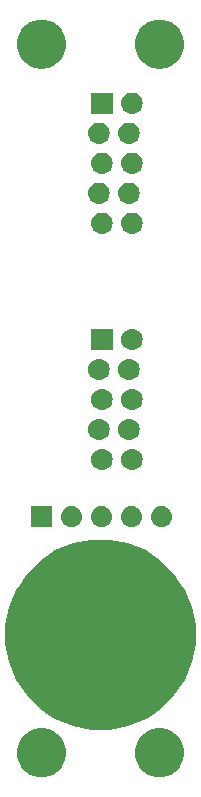
<source format=gts>
G04 #@! TF.GenerationSoftware,KiCad,Pcbnew,(5.1.0)-1*
G04 #@! TF.CreationDate,2019-05-28T14:05:15-04:00*
G04 #@! TF.ProjectId,Power Supply,506f7765-7220-4537-9570-706c792e6b69,rev?*
G04 #@! TF.SameCoordinates,Original*
G04 #@! TF.FileFunction,Soldermask,Top*
G04 #@! TF.FilePolarity,Negative*
%FSLAX46Y46*%
G04 Gerber Fmt 4.6, Leading zero omitted, Abs format (unit mm)*
G04 Created by KiCad (PCBNEW (5.1.0)-1) date 2019-05-28 14:05:15*
%MOMM*%
%LPD*%
G04 APERTURE LIST*
%ADD10C,0.100000*%
G04 APERTURE END LIST*
D10*
G36*
X85607589Y-112997048D02*
G01*
X85986671Y-113154069D01*
X86327835Y-113382028D01*
X86617972Y-113672165D01*
X86845931Y-114013329D01*
X87002952Y-114392411D01*
X87083000Y-114794842D01*
X87083000Y-115205158D01*
X87002952Y-115607589D01*
X86845931Y-115986671D01*
X86617972Y-116327835D01*
X86327835Y-116617972D01*
X85986671Y-116845931D01*
X85607589Y-117002952D01*
X85205159Y-117083000D01*
X84794841Y-117083000D01*
X84392411Y-117002952D01*
X84013329Y-116845931D01*
X83672165Y-116617972D01*
X83382028Y-116327835D01*
X83154069Y-115986671D01*
X82997048Y-115607589D01*
X82917000Y-115205158D01*
X82917000Y-114794842D01*
X82997048Y-114392411D01*
X83154069Y-114013329D01*
X83382028Y-113672165D01*
X83672165Y-113382028D01*
X84013329Y-113154069D01*
X84392411Y-112997048D01*
X84794841Y-112917000D01*
X85205159Y-112917000D01*
X85607589Y-112997048D01*
X85607589Y-112997048D01*
G37*
G36*
X75607589Y-112997048D02*
G01*
X75986671Y-113154069D01*
X76327835Y-113382028D01*
X76617972Y-113672165D01*
X76845931Y-114013329D01*
X77002952Y-114392411D01*
X77083000Y-114794842D01*
X77083000Y-115205158D01*
X77002952Y-115607589D01*
X76845931Y-115986671D01*
X76617972Y-116327835D01*
X76327835Y-116617972D01*
X75986671Y-116845931D01*
X75607589Y-117002952D01*
X75205159Y-117083000D01*
X74794841Y-117083000D01*
X74392411Y-117002952D01*
X74013329Y-116845931D01*
X73672165Y-116617972D01*
X73382028Y-116327835D01*
X73154069Y-115986671D01*
X72997048Y-115607589D01*
X72917000Y-115205158D01*
X72917000Y-114794842D01*
X72997048Y-114392411D01*
X73154069Y-114013329D01*
X73382028Y-113672165D01*
X73672165Y-113382028D01*
X74013329Y-113154069D01*
X74392411Y-112997048D01*
X74794841Y-112917000D01*
X75205159Y-112917000D01*
X75607589Y-112997048D01*
X75607589Y-112997048D01*
G37*
G36*
X82348389Y-97258395D02*
G01*
X83813577Y-97865296D01*
X83813578Y-97865297D01*
X85132213Y-98746380D01*
X86253620Y-99867787D01*
X86842341Y-100748871D01*
X87134704Y-101186423D01*
X87741605Y-102651611D01*
X88051000Y-104207044D01*
X88051000Y-105792956D01*
X87741605Y-107348389D01*
X87134704Y-108813577D01*
X87134703Y-108813578D01*
X86253620Y-110132213D01*
X85132213Y-111253620D01*
X84251129Y-111842341D01*
X83813577Y-112134704D01*
X82348389Y-112741605D01*
X80792956Y-113051000D01*
X79207044Y-113051000D01*
X77651611Y-112741605D01*
X76186423Y-112134704D01*
X75748871Y-111842341D01*
X74867787Y-111253620D01*
X73746380Y-110132213D01*
X72865297Y-108813578D01*
X72865296Y-108813577D01*
X72258395Y-107348389D01*
X71949000Y-105792956D01*
X71949000Y-104207044D01*
X72258395Y-102651611D01*
X72865296Y-101186423D01*
X73157659Y-100748871D01*
X73746380Y-99867787D01*
X74867787Y-98746380D01*
X76186422Y-97865297D01*
X76186423Y-97865296D01*
X77651611Y-97258395D01*
X79207044Y-96949000D01*
X80792956Y-96949000D01*
X82348389Y-97258395D01*
X82348389Y-97258395D01*
G37*
G36*
X85270443Y-94105519D02*
G01*
X85336627Y-94112037D01*
X85506466Y-94163557D01*
X85662991Y-94247222D01*
X85698729Y-94276552D01*
X85800186Y-94359814D01*
X85883448Y-94461271D01*
X85912778Y-94497009D01*
X85996443Y-94653534D01*
X86047963Y-94823373D01*
X86065359Y-95000000D01*
X86047963Y-95176627D01*
X85996443Y-95346466D01*
X85912778Y-95502991D01*
X85883448Y-95538729D01*
X85800186Y-95640186D01*
X85698729Y-95723448D01*
X85662991Y-95752778D01*
X85506466Y-95836443D01*
X85336627Y-95887963D01*
X85270443Y-95894481D01*
X85204260Y-95901000D01*
X85115740Y-95901000D01*
X85049557Y-95894481D01*
X84983373Y-95887963D01*
X84813534Y-95836443D01*
X84657009Y-95752778D01*
X84621271Y-95723448D01*
X84519814Y-95640186D01*
X84436552Y-95538729D01*
X84407222Y-95502991D01*
X84323557Y-95346466D01*
X84272037Y-95176627D01*
X84254641Y-95000000D01*
X84272037Y-94823373D01*
X84323557Y-94653534D01*
X84407222Y-94497009D01*
X84436552Y-94461271D01*
X84519814Y-94359814D01*
X84621271Y-94276552D01*
X84657009Y-94247222D01*
X84813534Y-94163557D01*
X84983373Y-94112037D01*
X85049557Y-94105519D01*
X85115740Y-94099000D01*
X85204260Y-94099000D01*
X85270443Y-94105519D01*
X85270443Y-94105519D01*
G37*
G36*
X82730443Y-94105519D02*
G01*
X82796627Y-94112037D01*
X82966466Y-94163557D01*
X83122991Y-94247222D01*
X83158729Y-94276552D01*
X83260186Y-94359814D01*
X83343448Y-94461271D01*
X83372778Y-94497009D01*
X83456443Y-94653534D01*
X83507963Y-94823373D01*
X83525359Y-95000000D01*
X83507963Y-95176627D01*
X83456443Y-95346466D01*
X83372778Y-95502991D01*
X83343448Y-95538729D01*
X83260186Y-95640186D01*
X83158729Y-95723448D01*
X83122991Y-95752778D01*
X82966466Y-95836443D01*
X82796627Y-95887963D01*
X82730443Y-95894481D01*
X82664260Y-95901000D01*
X82575740Y-95901000D01*
X82509557Y-95894481D01*
X82443373Y-95887963D01*
X82273534Y-95836443D01*
X82117009Y-95752778D01*
X82081271Y-95723448D01*
X81979814Y-95640186D01*
X81896552Y-95538729D01*
X81867222Y-95502991D01*
X81783557Y-95346466D01*
X81732037Y-95176627D01*
X81714641Y-95000000D01*
X81732037Y-94823373D01*
X81783557Y-94653534D01*
X81867222Y-94497009D01*
X81896552Y-94461271D01*
X81979814Y-94359814D01*
X82081271Y-94276552D01*
X82117009Y-94247222D01*
X82273534Y-94163557D01*
X82443373Y-94112037D01*
X82509557Y-94105519D01*
X82575740Y-94099000D01*
X82664260Y-94099000D01*
X82730443Y-94105519D01*
X82730443Y-94105519D01*
G37*
G36*
X80190443Y-94105519D02*
G01*
X80256627Y-94112037D01*
X80426466Y-94163557D01*
X80582991Y-94247222D01*
X80618729Y-94276552D01*
X80720186Y-94359814D01*
X80803448Y-94461271D01*
X80832778Y-94497009D01*
X80916443Y-94653534D01*
X80967963Y-94823373D01*
X80985359Y-95000000D01*
X80967963Y-95176627D01*
X80916443Y-95346466D01*
X80832778Y-95502991D01*
X80803448Y-95538729D01*
X80720186Y-95640186D01*
X80618729Y-95723448D01*
X80582991Y-95752778D01*
X80426466Y-95836443D01*
X80256627Y-95887963D01*
X80190443Y-95894481D01*
X80124260Y-95901000D01*
X80035740Y-95901000D01*
X79969557Y-95894481D01*
X79903373Y-95887963D01*
X79733534Y-95836443D01*
X79577009Y-95752778D01*
X79541271Y-95723448D01*
X79439814Y-95640186D01*
X79356552Y-95538729D01*
X79327222Y-95502991D01*
X79243557Y-95346466D01*
X79192037Y-95176627D01*
X79174641Y-95000000D01*
X79192037Y-94823373D01*
X79243557Y-94653534D01*
X79327222Y-94497009D01*
X79356552Y-94461271D01*
X79439814Y-94359814D01*
X79541271Y-94276552D01*
X79577009Y-94247222D01*
X79733534Y-94163557D01*
X79903373Y-94112037D01*
X79969557Y-94105519D01*
X80035740Y-94099000D01*
X80124260Y-94099000D01*
X80190443Y-94105519D01*
X80190443Y-94105519D01*
G37*
G36*
X77650443Y-94105519D02*
G01*
X77716627Y-94112037D01*
X77886466Y-94163557D01*
X78042991Y-94247222D01*
X78078729Y-94276552D01*
X78180186Y-94359814D01*
X78263448Y-94461271D01*
X78292778Y-94497009D01*
X78376443Y-94653534D01*
X78427963Y-94823373D01*
X78445359Y-95000000D01*
X78427963Y-95176627D01*
X78376443Y-95346466D01*
X78292778Y-95502991D01*
X78263448Y-95538729D01*
X78180186Y-95640186D01*
X78078729Y-95723448D01*
X78042991Y-95752778D01*
X77886466Y-95836443D01*
X77716627Y-95887963D01*
X77650443Y-95894481D01*
X77584260Y-95901000D01*
X77495740Y-95901000D01*
X77429557Y-95894481D01*
X77363373Y-95887963D01*
X77193534Y-95836443D01*
X77037009Y-95752778D01*
X77001271Y-95723448D01*
X76899814Y-95640186D01*
X76816552Y-95538729D01*
X76787222Y-95502991D01*
X76703557Y-95346466D01*
X76652037Y-95176627D01*
X76634641Y-95000000D01*
X76652037Y-94823373D01*
X76703557Y-94653534D01*
X76787222Y-94497009D01*
X76816552Y-94461271D01*
X76899814Y-94359814D01*
X77001271Y-94276552D01*
X77037009Y-94247222D01*
X77193534Y-94163557D01*
X77363373Y-94112037D01*
X77429557Y-94105519D01*
X77495740Y-94099000D01*
X77584260Y-94099000D01*
X77650443Y-94105519D01*
X77650443Y-94105519D01*
G37*
G36*
X75901000Y-95901000D02*
G01*
X74099000Y-95901000D01*
X74099000Y-94099000D01*
X75901000Y-94099000D01*
X75901000Y-95901000D01*
X75901000Y-95901000D01*
G37*
G36*
X82777443Y-89265519D02*
G01*
X82843627Y-89272037D01*
X83013466Y-89323557D01*
X83169991Y-89407222D01*
X83205729Y-89436552D01*
X83307186Y-89519814D01*
X83390448Y-89621271D01*
X83419778Y-89657009D01*
X83503443Y-89813534D01*
X83554963Y-89983373D01*
X83572359Y-90160000D01*
X83554963Y-90336627D01*
X83503443Y-90506466D01*
X83419778Y-90662991D01*
X83390448Y-90698729D01*
X83307186Y-90800186D01*
X83205729Y-90883448D01*
X83169991Y-90912778D01*
X83013466Y-90996443D01*
X82843627Y-91047963D01*
X82777443Y-91054481D01*
X82711260Y-91061000D01*
X82622740Y-91061000D01*
X82556557Y-91054481D01*
X82490373Y-91047963D01*
X82320534Y-90996443D01*
X82164009Y-90912778D01*
X82128271Y-90883448D01*
X82026814Y-90800186D01*
X81943552Y-90698729D01*
X81914222Y-90662991D01*
X81830557Y-90506466D01*
X81779037Y-90336627D01*
X81761641Y-90160000D01*
X81779037Y-89983373D01*
X81830557Y-89813534D01*
X81914222Y-89657009D01*
X81943552Y-89621271D01*
X82026814Y-89519814D01*
X82128271Y-89436552D01*
X82164009Y-89407222D01*
X82320534Y-89323557D01*
X82490373Y-89272037D01*
X82556557Y-89265519D01*
X82622740Y-89259000D01*
X82711260Y-89259000D01*
X82777443Y-89265519D01*
X82777443Y-89265519D01*
G37*
G36*
X80237443Y-89265519D02*
G01*
X80303627Y-89272037D01*
X80473466Y-89323557D01*
X80629991Y-89407222D01*
X80665729Y-89436552D01*
X80767186Y-89519814D01*
X80850448Y-89621271D01*
X80879778Y-89657009D01*
X80963443Y-89813534D01*
X81014963Y-89983373D01*
X81032359Y-90160000D01*
X81014963Y-90336627D01*
X80963443Y-90506466D01*
X80879778Y-90662991D01*
X80850448Y-90698729D01*
X80767186Y-90800186D01*
X80665729Y-90883448D01*
X80629991Y-90912778D01*
X80473466Y-90996443D01*
X80303627Y-91047963D01*
X80237443Y-91054481D01*
X80171260Y-91061000D01*
X80082740Y-91061000D01*
X80016557Y-91054481D01*
X79950373Y-91047963D01*
X79780534Y-90996443D01*
X79624009Y-90912778D01*
X79588271Y-90883448D01*
X79486814Y-90800186D01*
X79403552Y-90698729D01*
X79374222Y-90662991D01*
X79290557Y-90506466D01*
X79239037Y-90336627D01*
X79221641Y-90160000D01*
X79239037Y-89983373D01*
X79290557Y-89813534D01*
X79374222Y-89657009D01*
X79403552Y-89621271D01*
X79486814Y-89519814D01*
X79588271Y-89436552D01*
X79624009Y-89407222D01*
X79780534Y-89323557D01*
X79950373Y-89272037D01*
X80016557Y-89265519D01*
X80082740Y-89259000D01*
X80171260Y-89259000D01*
X80237443Y-89265519D01*
X80237443Y-89265519D01*
G37*
G36*
X82523442Y-86725518D02*
G01*
X82589627Y-86732037D01*
X82759466Y-86783557D01*
X82915991Y-86867222D01*
X82951729Y-86896552D01*
X83053186Y-86979814D01*
X83136448Y-87081271D01*
X83165778Y-87117009D01*
X83249443Y-87273534D01*
X83300963Y-87443373D01*
X83318359Y-87620000D01*
X83300963Y-87796627D01*
X83249443Y-87966466D01*
X83165778Y-88122991D01*
X83136448Y-88158729D01*
X83053186Y-88260186D01*
X82951729Y-88343448D01*
X82915991Y-88372778D01*
X82759466Y-88456443D01*
X82589627Y-88507963D01*
X82523443Y-88514481D01*
X82457260Y-88521000D01*
X82368740Y-88521000D01*
X82302557Y-88514481D01*
X82236373Y-88507963D01*
X82066534Y-88456443D01*
X81910009Y-88372778D01*
X81874271Y-88343448D01*
X81772814Y-88260186D01*
X81689552Y-88158729D01*
X81660222Y-88122991D01*
X81576557Y-87966466D01*
X81525037Y-87796627D01*
X81507641Y-87620000D01*
X81525037Y-87443373D01*
X81576557Y-87273534D01*
X81660222Y-87117009D01*
X81689552Y-87081271D01*
X81772814Y-86979814D01*
X81874271Y-86896552D01*
X81910009Y-86867222D01*
X82066534Y-86783557D01*
X82236373Y-86732037D01*
X82302558Y-86725518D01*
X82368740Y-86719000D01*
X82457260Y-86719000D01*
X82523442Y-86725518D01*
X82523442Y-86725518D01*
G37*
G36*
X79983442Y-86725518D02*
G01*
X80049627Y-86732037D01*
X80219466Y-86783557D01*
X80375991Y-86867222D01*
X80411729Y-86896552D01*
X80513186Y-86979814D01*
X80596448Y-87081271D01*
X80625778Y-87117009D01*
X80709443Y-87273534D01*
X80760963Y-87443373D01*
X80778359Y-87620000D01*
X80760963Y-87796627D01*
X80709443Y-87966466D01*
X80625778Y-88122991D01*
X80596448Y-88158729D01*
X80513186Y-88260186D01*
X80411729Y-88343448D01*
X80375991Y-88372778D01*
X80219466Y-88456443D01*
X80049627Y-88507963D01*
X79983443Y-88514481D01*
X79917260Y-88521000D01*
X79828740Y-88521000D01*
X79762557Y-88514481D01*
X79696373Y-88507963D01*
X79526534Y-88456443D01*
X79370009Y-88372778D01*
X79334271Y-88343448D01*
X79232814Y-88260186D01*
X79149552Y-88158729D01*
X79120222Y-88122991D01*
X79036557Y-87966466D01*
X78985037Y-87796627D01*
X78967641Y-87620000D01*
X78985037Y-87443373D01*
X79036557Y-87273534D01*
X79120222Y-87117009D01*
X79149552Y-87081271D01*
X79232814Y-86979814D01*
X79334271Y-86896552D01*
X79370009Y-86867222D01*
X79526534Y-86783557D01*
X79696373Y-86732037D01*
X79762558Y-86725518D01*
X79828740Y-86719000D01*
X79917260Y-86719000D01*
X79983442Y-86725518D01*
X79983442Y-86725518D01*
G37*
G36*
X82777443Y-84185519D02*
G01*
X82843627Y-84192037D01*
X83013466Y-84243557D01*
X83169991Y-84327222D01*
X83205729Y-84356552D01*
X83307186Y-84439814D01*
X83390448Y-84541271D01*
X83419778Y-84577009D01*
X83503443Y-84733534D01*
X83554963Y-84903373D01*
X83572359Y-85080000D01*
X83554963Y-85256627D01*
X83503443Y-85426466D01*
X83419778Y-85582991D01*
X83390448Y-85618729D01*
X83307186Y-85720186D01*
X83205729Y-85803448D01*
X83169991Y-85832778D01*
X83013466Y-85916443D01*
X82843627Y-85967963D01*
X82777443Y-85974481D01*
X82711260Y-85981000D01*
X82622740Y-85981000D01*
X82556557Y-85974481D01*
X82490373Y-85967963D01*
X82320534Y-85916443D01*
X82164009Y-85832778D01*
X82128271Y-85803448D01*
X82026814Y-85720186D01*
X81943552Y-85618729D01*
X81914222Y-85582991D01*
X81830557Y-85426466D01*
X81779037Y-85256627D01*
X81761641Y-85080000D01*
X81779037Y-84903373D01*
X81830557Y-84733534D01*
X81914222Y-84577009D01*
X81943552Y-84541271D01*
X82026814Y-84439814D01*
X82128271Y-84356552D01*
X82164009Y-84327222D01*
X82320534Y-84243557D01*
X82490373Y-84192037D01*
X82556557Y-84185519D01*
X82622740Y-84179000D01*
X82711260Y-84179000D01*
X82777443Y-84185519D01*
X82777443Y-84185519D01*
G37*
G36*
X80237443Y-84185519D02*
G01*
X80303627Y-84192037D01*
X80473466Y-84243557D01*
X80629991Y-84327222D01*
X80665729Y-84356552D01*
X80767186Y-84439814D01*
X80850448Y-84541271D01*
X80879778Y-84577009D01*
X80963443Y-84733534D01*
X81014963Y-84903373D01*
X81032359Y-85080000D01*
X81014963Y-85256627D01*
X80963443Y-85426466D01*
X80879778Y-85582991D01*
X80850448Y-85618729D01*
X80767186Y-85720186D01*
X80665729Y-85803448D01*
X80629991Y-85832778D01*
X80473466Y-85916443D01*
X80303627Y-85967963D01*
X80237443Y-85974481D01*
X80171260Y-85981000D01*
X80082740Y-85981000D01*
X80016557Y-85974481D01*
X79950373Y-85967963D01*
X79780534Y-85916443D01*
X79624009Y-85832778D01*
X79588271Y-85803448D01*
X79486814Y-85720186D01*
X79403552Y-85618729D01*
X79374222Y-85582991D01*
X79290557Y-85426466D01*
X79239037Y-85256627D01*
X79221641Y-85080000D01*
X79239037Y-84903373D01*
X79290557Y-84733534D01*
X79374222Y-84577009D01*
X79403552Y-84541271D01*
X79486814Y-84439814D01*
X79588271Y-84356552D01*
X79624009Y-84327222D01*
X79780534Y-84243557D01*
X79950373Y-84192037D01*
X80016557Y-84185519D01*
X80082740Y-84179000D01*
X80171260Y-84179000D01*
X80237443Y-84185519D01*
X80237443Y-84185519D01*
G37*
G36*
X82523443Y-81645519D02*
G01*
X82589627Y-81652037D01*
X82759466Y-81703557D01*
X82915991Y-81787222D01*
X82951729Y-81816552D01*
X83053186Y-81899814D01*
X83136448Y-82001271D01*
X83165778Y-82037009D01*
X83249443Y-82193534D01*
X83300963Y-82363373D01*
X83318359Y-82540000D01*
X83300963Y-82716627D01*
X83249443Y-82886466D01*
X83165778Y-83042991D01*
X83136448Y-83078729D01*
X83053186Y-83180186D01*
X82951729Y-83263448D01*
X82915991Y-83292778D01*
X82759466Y-83376443D01*
X82589627Y-83427963D01*
X82523442Y-83434482D01*
X82457260Y-83441000D01*
X82368740Y-83441000D01*
X82302558Y-83434482D01*
X82236373Y-83427963D01*
X82066534Y-83376443D01*
X81910009Y-83292778D01*
X81874271Y-83263448D01*
X81772814Y-83180186D01*
X81689552Y-83078729D01*
X81660222Y-83042991D01*
X81576557Y-82886466D01*
X81525037Y-82716627D01*
X81507641Y-82540000D01*
X81525037Y-82363373D01*
X81576557Y-82193534D01*
X81660222Y-82037009D01*
X81689552Y-82001271D01*
X81772814Y-81899814D01*
X81874271Y-81816552D01*
X81910009Y-81787222D01*
X82066534Y-81703557D01*
X82236373Y-81652037D01*
X82302557Y-81645519D01*
X82368740Y-81639000D01*
X82457260Y-81639000D01*
X82523443Y-81645519D01*
X82523443Y-81645519D01*
G37*
G36*
X79983443Y-81645519D02*
G01*
X80049627Y-81652037D01*
X80219466Y-81703557D01*
X80375991Y-81787222D01*
X80411729Y-81816552D01*
X80513186Y-81899814D01*
X80596448Y-82001271D01*
X80625778Y-82037009D01*
X80709443Y-82193534D01*
X80760963Y-82363373D01*
X80778359Y-82540000D01*
X80760963Y-82716627D01*
X80709443Y-82886466D01*
X80625778Y-83042991D01*
X80596448Y-83078729D01*
X80513186Y-83180186D01*
X80411729Y-83263448D01*
X80375991Y-83292778D01*
X80219466Y-83376443D01*
X80049627Y-83427963D01*
X79983442Y-83434482D01*
X79917260Y-83441000D01*
X79828740Y-83441000D01*
X79762558Y-83434482D01*
X79696373Y-83427963D01*
X79526534Y-83376443D01*
X79370009Y-83292778D01*
X79334271Y-83263448D01*
X79232814Y-83180186D01*
X79149552Y-83078729D01*
X79120222Y-83042991D01*
X79036557Y-82886466D01*
X78985037Y-82716627D01*
X78967641Y-82540000D01*
X78985037Y-82363373D01*
X79036557Y-82193534D01*
X79120222Y-82037009D01*
X79149552Y-82001271D01*
X79232814Y-81899814D01*
X79334271Y-81816552D01*
X79370009Y-81787222D01*
X79526534Y-81703557D01*
X79696373Y-81652037D01*
X79762557Y-81645519D01*
X79828740Y-81639000D01*
X79917260Y-81639000D01*
X79983443Y-81645519D01*
X79983443Y-81645519D01*
G37*
G36*
X81028000Y-80901000D02*
G01*
X79226000Y-80901000D01*
X79226000Y-79099000D01*
X81028000Y-79099000D01*
X81028000Y-80901000D01*
X81028000Y-80901000D01*
G37*
G36*
X82777442Y-79105518D02*
G01*
X82843627Y-79112037D01*
X83013466Y-79163557D01*
X83169991Y-79247222D01*
X83205729Y-79276552D01*
X83307186Y-79359814D01*
X83390448Y-79461271D01*
X83419778Y-79497009D01*
X83503443Y-79653534D01*
X83554963Y-79823373D01*
X83572359Y-80000000D01*
X83554963Y-80176627D01*
X83503443Y-80346466D01*
X83419778Y-80502991D01*
X83390448Y-80538729D01*
X83307186Y-80640186D01*
X83205729Y-80723448D01*
X83169991Y-80752778D01*
X83013466Y-80836443D01*
X82843627Y-80887963D01*
X82777442Y-80894482D01*
X82711260Y-80901000D01*
X82622740Y-80901000D01*
X82556558Y-80894482D01*
X82490373Y-80887963D01*
X82320534Y-80836443D01*
X82164009Y-80752778D01*
X82128271Y-80723448D01*
X82026814Y-80640186D01*
X81943552Y-80538729D01*
X81914222Y-80502991D01*
X81830557Y-80346466D01*
X81779037Y-80176627D01*
X81761641Y-80000000D01*
X81779037Y-79823373D01*
X81830557Y-79653534D01*
X81914222Y-79497009D01*
X81943552Y-79461271D01*
X82026814Y-79359814D01*
X82128271Y-79276552D01*
X82164009Y-79247222D01*
X82320534Y-79163557D01*
X82490373Y-79112037D01*
X82556558Y-79105518D01*
X82622740Y-79099000D01*
X82711260Y-79099000D01*
X82777442Y-79105518D01*
X82777442Y-79105518D01*
G37*
G36*
X80237443Y-69265519D02*
G01*
X80303627Y-69272037D01*
X80473466Y-69323557D01*
X80629991Y-69407222D01*
X80665729Y-69436552D01*
X80767186Y-69519814D01*
X80850448Y-69621271D01*
X80879778Y-69657009D01*
X80963443Y-69813534D01*
X81014963Y-69983373D01*
X81032359Y-70160000D01*
X81014963Y-70336627D01*
X80963443Y-70506466D01*
X80879778Y-70662991D01*
X80850448Y-70698729D01*
X80767186Y-70800186D01*
X80665729Y-70883448D01*
X80629991Y-70912778D01*
X80473466Y-70996443D01*
X80303627Y-71047963D01*
X80237442Y-71054482D01*
X80171260Y-71061000D01*
X80082740Y-71061000D01*
X80016558Y-71054482D01*
X79950373Y-71047963D01*
X79780534Y-70996443D01*
X79624009Y-70912778D01*
X79588271Y-70883448D01*
X79486814Y-70800186D01*
X79403552Y-70698729D01*
X79374222Y-70662991D01*
X79290557Y-70506466D01*
X79239037Y-70336627D01*
X79221641Y-70160000D01*
X79239037Y-69983373D01*
X79290557Y-69813534D01*
X79374222Y-69657009D01*
X79403552Y-69621271D01*
X79486814Y-69519814D01*
X79588271Y-69436552D01*
X79624009Y-69407222D01*
X79780534Y-69323557D01*
X79950373Y-69272037D01*
X80016557Y-69265519D01*
X80082740Y-69259000D01*
X80171260Y-69259000D01*
X80237443Y-69265519D01*
X80237443Y-69265519D01*
G37*
G36*
X82777443Y-69265519D02*
G01*
X82843627Y-69272037D01*
X83013466Y-69323557D01*
X83169991Y-69407222D01*
X83205729Y-69436552D01*
X83307186Y-69519814D01*
X83390448Y-69621271D01*
X83419778Y-69657009D01*
X83503443Y-69813534D01*
X83554963Y-69983373D01*
X83572359Y-70160000D01*
X83554963Y-70336627D01*
X83503443Y-70506466D01*
X83419778Y-70662991D01*
X83390448Y-70698729D01*
X83307186Y-70800186D01*
X83205729Y-70883448D01*
X83169991Y-70912778D01*
X83013466Y-70996443D01*
X82843627Y-71047963D01*
X82777442Y-71054482D01*
X82711260Y-71061000D01*
X82622740Y-71061000D01*
X82556558Y-71054482D01*
X82490373Y-71047963D01*
X82320534Y-70996443D01*
X82164009Y-70912778D01*
X82128271Y-70883448D01*
X82026814Y-70800186D01*
X81943552Y-70698729D01*
X81914222Y-70662991D01*
X81830557Y-70506466D01*
X81779037Y-70336627D01*
X81761641Y-70160000D01*
X81779037Y-69983373D01*
X81830557Y-69813534D01*
X81914222Y-69657009D01*
X81943552Y-69621271D01*
X82026814Y-69519814D01*
X82128271Y-69436552D01*
X82164009Y-69407222D01*
X82320534Y-69323557D01*
X82490373Y-69272037D01*
X82556557Y-69265519D01*
X82622740Y-69259000D01*
X82711260Y-69259000D01*
X82777443Y-69265519D01*
X82777443Y-69265519D01*
G37*
G36*
X82523443Y-66725519D02*
G01*
X82589627Y-66732037D01*
X82759466Y-66783557D01*
X82915991Y-66867222D01*
X82951729Y-66896552D01*
X83053186Y-66979814D01*
X83136448Y-67081271D01*
X83165778Y-67117009D01*
X83249443Y-67273534D01*
X83300963Y-67443373D01*
X83318359Y-67620000D01*
X83300963Y-67796627D01*
X83249443Y-67966466D01*
X83165778Y-68122991D01*
X83136448Y-68158729D01*
X83053186Y-68260186D01*
X82951729Y-68343448D01*
X82915991Y-68372778D01*
X82759466Y-68456443D01*
X82589627Y-68507963D01*
X82523442Y-68514482D01*
X82457260Y-68521000D01*
X82368740Y-68521000D01*
X82302558Y-68514482D01*
X82236373Y-68507963D01*
X82066534Y-68456443D01*
X81910009Y-68372778D01*
X81874271Y-68343448D01*
X81772814Y-68260186D01*
X81689552Y-68158729D01*
X81660222Y-68122991D01*
X81576557Y-67966466D01*
X81525037Y-67796627D01*
X81507641Y-67620000D01*
X81525037Y-67443373D01*
X81576557Y-67273534D01*
X81660222Y-67117009D01*
X81689552Y-67081271D01*
X81772814Y-66979814D01*
X81874271Y-66896552D01*
X81910009Y-66867222D01*
X82066534Y-66783557D01*
X82236373Y-66732037D01*
X82302557Y-66725519D01*
X82368740Y-66719000D01*
X82457260Y-66719000D01*
X82523443Y-66725519D01*
X82523443Y-66725519D01*
G37*
G36*
X79983443Y-66725519D02*
G01*
X80049627Y-66732037D01*
X80219466Y-66783557D01*
X80375991Y-66867222D01*
X80411729Y-66896552D01*
X80513186Y-66979814D01*
X80596448Y-67081271D01*
X80625778Y-67117009D01*
X80709443Y-67273534D01*
X80760963Y-67443373D01*
X80778359Y-67620000D01*
X80760963Y-67796627D01*
X80709443Y-67966466D01*
X80625778Y-68122991D01*
X80596448Y-68158729D01*
X80513186Y-68260186D01*
X80411729Y-68343448D01*
X80375991Y-68372778D01*
X80219466Y-68456443D01*
X80049627Y-68507963D01*
X79983442Y-68514482D01*
X79917260Y-68521000D01*
X79828740Y-68521000D01*
X79762558Y-68514482D01*
X79696373Y-68507963D01*
X79526534Y-68456443D01*
X79370009Y-68372778D01*
X79334271Y-68343448D01*
X79232814Y-68260186D01*
X79149552Y-68158729D01*
X79120222Y-68122991D01*
X79036557Y-67966466D01*
X78985037Y-67796627D01*
X78967641Y-67620000D01*
X78985037Y-67443373D01*
X79036557Y-67273534D01*
X79120222Y-67117009D01*
X79149552Y-67081271D01*
X79232814Y-66979814D01*
X79334271Y-66896552D01*
X79370009Y-66867222D01*
X79526534Y-66783557D01*
X79696373Y-66732037D01*
X79762557Y-66725519D01*
X79828740Y-66719000D01*
X79917260Y-66719000D01*
X79983443Y-66725519D01*
X79983443Y-66725519D01*
G37*
G36*
X80237442Y-64185518D02*
G01*
X80303627Y-64192037D01*
X80473466Y-64243557D01*
X80629991Y-64327222D01*
X80665729Y-64356552D01*
X80767186Y-64439814D01*
X80850448Y-64541271D01*
X80879778Y-64577009D01*
X80963443Y-64733534D01*
X81014963Y-64903373D01*
X81032359Y-65080000D01*
X81014963Y-65256627D01*
X80963443Y-65426466D01*
X80879778Y-65582991D01*
X80850448Y-65618729D01*
X80767186Y-65720186D01*
X80665729Y-65803448D01*
X80629991Y-65832778D01*
X80473466Y-65916443D01*
X80303627Y-65967963D01*
X80237443Y-65974481D01*
X80171260Y-65981000D01*
X80082740Y-65981000D01*
X80016557Y-65974481D01*
X79950373Y-65967963D01*
X79780534Y-65916443D01*
X79624009Y-65832778D01*
X79588271Y-65803448D01*
X79486814Y-65720186D01*
X79403552Y-65618729D01*
X79374222Y-65582991D01*
X79290557Y-65426466D01*
X79239037Y-65256627D01*
X79221641Y-65080000D01*
X79239037Y-64903373D01*
X79290557Y-64733534D01*
X79374222Y-64577009D01*
X79403552Y-64541271D01*
X79486814Y-64439814D01*
X79588271Y-64356552D01*
X79624009Y-64327222D01*
X79780534Y-64243557D01*
X79950373Y-64192037D01*
X80016558Y-64185518D01*
X80082740Y-64179000D01*
X80171260Y-64179000D01*
X80237442Y-64185518D01*
X80237442Y-64185518D01*
G37*
G36*
X82777442Y-64185518D02*
G01*
X82843627Y-64192037D01*
X83013466Y-64243557D01*
X83169991Y-64327222D01*
X83205729Y-64356552D01*
X83307186Y-64439814D01*
X83390448Y-64541271D01*
X83419778Y-64577009D01*
X83503443Y-64733534D01*
X83554963Y-64903373D01*
X83572359Y-65080000D01*
X83554963Y-65256627D01*
X83503443Y-65426466D01*
X83419778Y-65582991D01*
X83390448Y-65618729D01*
X83307186Y-65720186D01*
X83205729Y-65803448D01*
X83169991Y-65832778D01*
X83013466Y-65916443D01*
X82843627Y-65967963D01*
X82777443Y-65974481D01*
X82711260Y-65981000D01*
X82622740Y-65981000D01*
X82556557Y-65974481D01*
X82490373Y-65967963D01*
X82320534Y-65916443D01*
X82164009Y-65832778D01*
X82128271Y-65803448D01*
X82026814Y-65720186D01*
X81943552Y-65618729D01*
X81914222Y-65582991D01*
X81830557Y-65426466D01*
X81779037Y-65256627D01*
X81761641Y-65080000D01*
X81779037Y-64903373D01*
X81830557Y-64733534D01*
X81914222Y-64577009D01*
X81943552Y-64541271D01*
X82026814Y-64439814D01*
X82128271Y-64356552D01*
X82164009Y-64327222D01*
X82320534Y-64243557D01*
X82490373Y-64192037D01*
X82556558Y-64185518D01*
X82622740Y-64179000D01*
X82711260Y-64179000D01*
X82777442Y-64185518D01*
X82777442Y-64185518D01*
G37*
G36*
X79983443Y-61645519D02*
G01*
X80049627Y-61652037D01*
X80219466Y-61703557D01*
X80375991Y-61787222D01*
X80411729Y-61816552D01*
X80513186Y-61899814D01*
X80596448Y-62001271D01*
X80625778Y-62037009D01*
X80709443Y-62193534D01*
X80760963Y-62363373D01*
X80778359Y-62540000D01*
X80760963Y-62716627D01*
X80709443Y-62886466D01*
X80625778Y-63042991D01*
X80596448Y-63078729D01*
X80513186Y-63180186D01*
X80411729Y-63263448D01*
X80375991Y-63292778D01*
X80219466Y-63376443D01*
X80049627Y-63427963D01*
X79983443Y-63434481D01*
X79917260Y-63441000D01*
X79828740Y-63441000D01*
X79762557Y-63434481D01*
X79696373Y-63427963D01*
X79526534Y-63376443D01*
X79370009Y-63292778D01*
X79334271Y-63263448D01*
X79232814Y-63180186D01*
X79149552Y-63078729D01*
X79120222Y-63042991D01*
X79036557Y-62886466D01*
X78985037Y-62716627D01*
X78967641Y-62540000D01*
X78985037Y-62363373D01*
X79036557Y-62193534D01*
X79120222Y-62037009D01*
X79149552Y-62001271D01*
X79232814Y-61899814D01*
X79334271Y-61816552D01*
X79370009Y-61787222D01*
X79526534Y-61703557D01*
X79696373Y-61652037D01*
X79762557Y-61645519D01*
X79828740Y-61639000D01*
X79917260Y-61639000D01*
X79983443Y-61645519D01*
X79983443Y-61645519D01*
G37*
G36*
X82523443Y-61645519D02*
G01*
X82589627Y-61652037D01*
X82759466Y-61703557D01*
X82915991Y-61787222D01*
X82951729Y-61816552D01*
X83053186Y-61899814D01*
X83136448Y-62001271D01*
X83165778Y-62037009D01*
X83249443Y-62193534D01*
X83300963Y-62363373D01*
X83318359Y-62540000D01*
X83300963Y-62716627D01*
X83249443Y-62886466D01*
X83165778Y-63042991D01*
X83136448Y-63078729D01*
X83053186Y-63180186D01*
X82951729Y-63263448D01*
X82915991Y-63292778D01*
X82759466Y-63376443D01*
X82589627Y-63427963D01*
X82523443Y-63434481D01*
X82457260Y-63441000D01*
X82368740Y-63441000D01*
X82302557Y-63434481D01*
X82236373Y-63427963D01*
X82066534Y-63376443D01*
X81910009Y-63292778D01*
X81874271Y-63263448D01*
X81772814Y-63180186D01*
X81689552Y-63078729D01*
X81660222Y-63042991D01*
X81576557Y-62886466D01*
X81525037Y-62716627D01*
X81507641Y-62540000D01*
X81525037Y-62363373D01*
X81576557Y-62193534D01*
X81660222Y-62037009D01*
X81689552Y-62001271D01*
X81772814Y-61899814D01*
X81874271Y-61816552D01*
X81910009Y-61787222D01*
X82066534Y-61703557D01*
X82236373Y-61652037D01*
X82302557Y-61645519D01*
X82368740Y-61639000D01*
X82457260Y-61639000D01*
X82523443Y-61645519D01*
X82523443Y-61645519D01*
G37*
G36*
X82777443Y-59105519D02*
G01*
X82843627Y-59112037D01*
X83013466Y-59163557D01*
X83169991Y-59247222D01*
X83205729Y-59276552D01*
X83307186Y-59359814D01*
X83390448Y-59461271D01*
X83419778Y-59497009D01*
X83503443Y-59653534D01*
X83554963Y-59823373D01*
X83572359Y-60000000D01*
X83554963Y-60176627D01*
X83503443Y-60346466D01*
X83419778Y-60502991D01*
X83390448Y-60538729D01*
X83307186Y-60640186D01*
X83205729Y-60723448D01*
X83169991Y-60752778D01*
X83013466Y-60836443D01*
X82843627Y-60887963D01*
X82777442Y-60894482D01*
X82711260Y-60901000D01*
X82622740Y-60901000D01*
X82556558Y-60894482D01*
X82490373Y-60887963D01*
X82320534Y-60836443D01*
X82164009Y-60752778D01*
X82128271Y-60723448D01*
X82026814Y-60640186D01*
X81943552Y-60538729D01*
X81914222Y-60502991D01*
X81830557Y-60346466D01*
X81779037Y-60176627D01*
X81761641Y-60000000D01*
X81779037Y-59823373D01*
X81830557Y-59653534D01*
X81914222Y-59497009D01*
X81943552Y-59461271D01*
X82026814Y-59359814D01*
X82128271Y-59276552D01*
X82164009Y-59247222D01*
X82320534Y-59163557D01*
X82490373Y-59112037D01*
X82556557Y-59105519D01*
X82622740Y-59099000D01*
X82711260Y-59099000D01*
X82777443Y-59105519D01*
X82777443Y-59105519D01*
G37*
G36*
X81028000Y-60901000D02*
G01*
X79226000Y-60901000D01*
X79226000Y-59099000D01*
X81028000Y-59099000D01*
X81028000Y-60901000D01*
X81028000Y-60901000D01*
G37*
G36*
X75406373Y-52957024D02*
G01*
X75607589Y-52997048D01*
X75986671Y-53154069D01*
X76327835Y-53382028D01*
X76617972Y-53672165D01*
X76845931Y-54013329D01*
X77002952Y-54392411D01*
X77083000Y-54794842D01*
X77083000Y-55205158D01*
X77002952Y-55607589D01*
X76845931Y-55986671D01*
X76617972Y-56327835D01*
X76327835Y-56617972D01*
X75986671Y-56845931D01*
X75607589Y-57002952D01*
X75406373Y-57042976D01*
X75205159Y-57083000D01*
X74794841Y-57083000D01*
X74593627Y-57042976D01*
X74392411Y-57002952D01*
X74013329Y-56845931D01*
X73672165Y-56617972D01*
X73382028Y-56327835D01*
X73154069Y-55986671D01*
X72997048Y-55607589D01*
X72917000Y-55205158D01*
X72917000Y-54794842D01*
X72997048Y-54392411D01*
X73154069Y-54013329D01*
X73382028Y-53672165D01*
X73672165Y-53382028D01*
X74013329Y-53154069D01*
X74392411Y-52997048D01*
X74593627Y-52957024D01*
X74794841Y-52917000D01*
X75205159Y-52917000D01*
X75406373Y-52957024D01*
X75406373Y-52957024D01*
G37*
G36*
X85406373Y-52957024D02*
G01*
X85607589Y-52997048D01*
X85986671Y-53154069D01*
X86327835Y-53382028D01*
X86617972Y-53672165D01*
X86845931Y-54013329D01*
X87002952Y-54392411D01*
X87083000Y-54794842D01*
X87083000Y-55205158D01*
X87002952Y-55607589D01*
X86845931Y-55986671D01*
X86617972Y-56327835D01*
X86327835Y-56617972D01*
X85986671Y-56845931D01*
X85607589Y-57002952D01*
X85406373Y-57042976D01*
X85205159Y-57083000D01*
X84794841Y-57083000D01*
X84593627Y-57042976D01*
X84392411Y-57002952D01*
X84013329Y-56845931D01*
X83672165Y-56617972D01*
X83382028Y-56327835D01*
X83154069Y-55986671D01*
X82997048Y-55607589D01*
X82917000Y-55205158D01*
X82917000Y-54794842D01*
X82997048Y-54392411D01*
X83154069Y-54013329D01*
X83382028Y-53672165D01*
X83672165Y-53382028D01*
X84013329Y-53154069D01*
X84392411Y-52997048D01*
X84593627Y-52957024D01*
X84794841Y-52917000D01*
X85205159Y-52917000D01*
X85406373Y-52957024D01*
X85406373Y-52957024D01*
G37*
M02*

</source>
